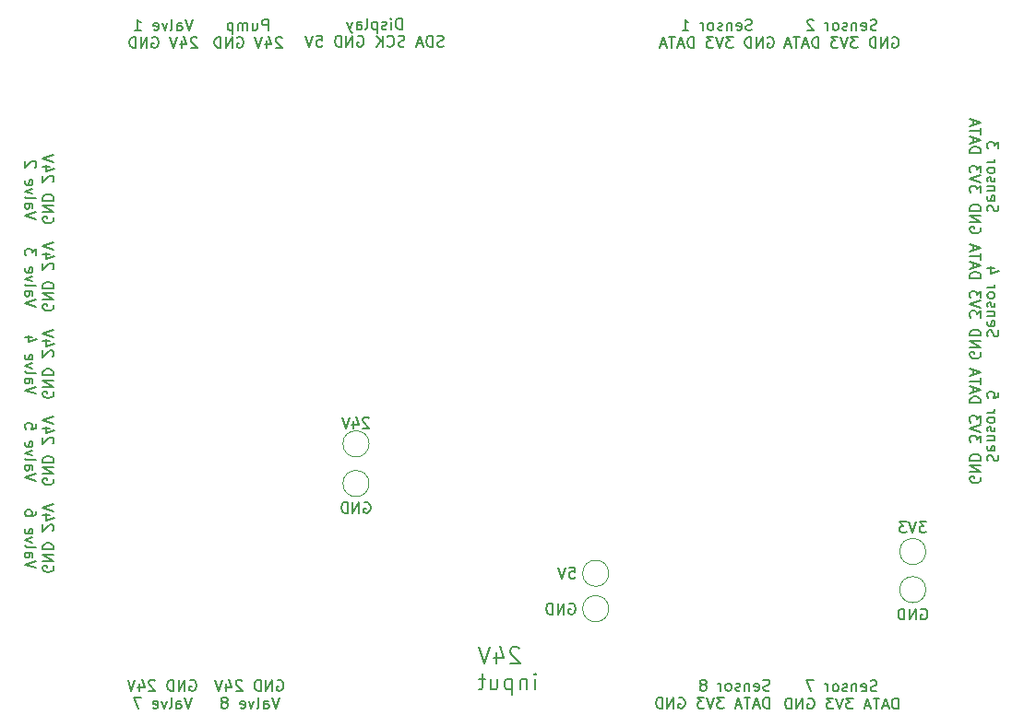
<source format=gbo>
G04 #@! TF.GenerationSoftware,KiCad,Pcbnew,(6.0.2)*
G04 #@! TF.CreationDate,2023-09-26T16:39:09+02:00*
G04 #@! TF.ProjectId,PCB_Layout_MOSFET,5043425f-4c61-4796-9f75-745f4d4f5346,rev?*
G04 #@! TF.SameCoordinates,Original*
G04 #@! TF.FileFunction,Legend,Bot*
G04 #@! TF.FilePolarity,Positive*
%FSLAX46Y46*%
G04 Gerber Fmt 4.6, Leading zero omitted, Abs format (unit mm)*
G04 Created by KiCad (PCBNEW (6.0.2)) date 2023-09-26 16:39:09*
%MOMM*%
%LPD*%
G01*
G04 APERTURE LIST*
%ADD10C,0.150000*%
%ADD11C,0.200000*%
%ADD12C,0.120000*%
%ADD13C,2.500000*%
%ADD14R,2.400000X2.400000*%
%ADD15C,2.400000*%
%ADD16C,4.300000*%
%ADD17R,1.560000X1.560000*%
%ADD18C,1.560000*%
%ADD19C,1.800000*%
%ADD20C,1.700000*%
%ADD21C,2.000000*%
G04 APERTURE END LIST*
D10*
X147000238Y-81740476D02*
X146952619Y-81597619D01*
X146952619Y-81359523D01*
X147000238Y-81264285D01*
X147047857Y-81216666D01*
X147143095Y-81169047D01*
X147238333Y-81169047D01*
X147333571Y-81216666D01*
X147381190Y-81264285D01*
X147428809Y-81359523D01*
X147476428Y-81550000D01*
X147524047Y-81645238D01*
X147571666Y-81692857D01*
X147666904Y-81740476D01*
X147762142Y-81740476D01*
X147857380Y-81692857D01*
X147905000Y-81645238D01*
X147952619Y-81550000D01*
X147952619Y-81311904D01*
X147905000Y-81169047D01*
X147000238Y-80359523D02*
X146952619Y-80454761D01*
X146952619Y-80645238D01*
X147000238Y-80740476D01*
X147095476Y-80788095D01*
X147476428Y-80788095D01*
X147571666Y-80740476D01*
X147619285Y-80645238D01*
X147619285Y-80454761D01*
X147571666Y-80359523D01*
X147476428Y-80311904D01*
X147381190Y-80311904D01*
X147285952Y-80788095D01*
X147619285Y-79883333D02*
X146952619Y-79883333D01*
X147524047Y-79883333D02*
X147571666Y-79835714D01*
X147619285Y-79740476D01*
X147619285Y-79597619D01*
X147571666Y-79502380D01*
X147476428Y-79454761D01*
X146952619Y-79454761D01*
X147000238Y-79026190D02*
X146952619Y-78930952D01*
X146952619Y-78740476D01*
X147000238Y-78645238D01*
X147095476Y-78597619D01*
X147143095Y-78597619D01*
X147238333Y-78645238D01*
X147285952Y-78740476D01*
X147285952Y-78883333D01*
X147333571Y-78978571D01*
X147428809Y-79026190D01*
X147476428Y-79026190D01*
X147571666Y-78978571D01*
X147619285Y-78883333D01*
X147619285Y-78740476D01*
X147571666Y-78645238D01*
X146952619Y-78026190D02*
X147000238Y-78121428D01*
X147047857Y-78169047D01*
X147143095Y-78216666D01*
X147428809Y-78216666D01*
X147524047Y-78169047D01*
X147571666Y-78121428D01*
X147619285Y-78026190D01*
X147619285Y-77883333D01*
X147571666Y-77788095D01*
X147524047Y-77740476D01*
X147428809Y-77692857D01*
X147143095Y-77692857D01*
X147047857Y-77740476D01*
X147000238Y-77788095D01*
X146952619Y-77883333D01*
X146952619Y-78026190D01*
X146952619Y-77264285D02*
X147619285Y-77264285D01*
X147428809Y-77264285D02*
X147524047Y-77216666D01*
X147571666Y-77169047D01*
X147619285Y-77073809D01*
X147619285Y-76978571D01*
X147952619Y-75978571D02*
X147952619Y-75359523D01*
X147571666Y-75692857D01*
X147571666Y-75550000D01*
X147524047Y-75454761D01*
X147476428Y-75407142D01*
X147381190Y-75359523D01*
X147143095Y-75359523D01*
X147047857Y-75407142D01*
X147000238Y-75454761D01*
X146952619Y-75550000D01*
X146952619Y-75835714D01*
X147000238Y-75930952D01*
X147047857Y-75978571D01*
X146295000Y-83192857D02*
X146342619Y-83288095D01*
X146342619Y-83430952D01*
X146295000Y-83573809D01*
X146199761Y-83669047D01*
X146104523Y-83716666D01*
X145914047Y-83764285D01*
X145771190Y-83764285D01*
X145580714Y-83716666D01*
X145485476Y-83669047D01*
X145390238Y-83573809D01*
X145342619Y-83430952D01*
X145342619Y-83335714D01*
X145390238Y-83192857D01*
X145437857Y-83145238D01*
X145771190Y-83145238D01*
X145771190Y-83335714D01*
X145342619Y-82716666D02*
X146342619Y-82716666D01*
X145342619Y-82145238D01*
X146342619Y-82145238D01*
X145342619Y-81669047D02*
X146342619Y-81669047D01*
X146342619Y-81430952D01*
X146295000Y-81288095D01*
X146199761Y-81192857D01*
X146104523Y-81145238D01*
X145914047Y-81097619D01*
X145771190Y-81097619D01*
X145580714Y-81145238D01*
X145485476Y-81192857D01*
X145390238Y-81288095D01*
X145342619Y-81430952D01*
X145342619Y-81669047D01*
X146342619Y-80002380D02*
X146342619Y-79383333D01*
X145961666Y-79716666D01*
X145961666Y-79573809D01*
X145914047Y-79478571D01*
X145866428Y-79430952D01*
X145771190Y-79383333D01*
X145533095Y-79383333D01*
X145437857Y-79430952D01*
X145390238Y-79478571D01*
X145342619Y-79573809D01*
X145342619Y-79859523D01*
X145390238Y-79954761D01*
X145437857Y-80002380D01*
X146342619Y-79097619D02*
X145342619Y-78764285D01*
X146342619Y-78430952D01*
X146342619Y-78192857D02*
X146342619Y-77573809D01*
X145961666Y-77907142D01*
X145961666Y-77764285D01*
X145914047Y-77669047D01*
X145866428Y-77621428D01*
X145771190Y-77573809D01*
X145533095Y-77573809D01*
X145437857Y-77621428D01*
X145390238Y-77669047D01*
X145342619Y-77764285D01*
X145342619Y-78050000D01*
X145390238Y-78145238D01*
X145437857Y-78192857D01*
X145342619Y-76383333D02*
X146342619Y-76383333D01*
X146342619Y-76145238D01*
X146295000Y-76002380D01*
X146199761Y-75907142D01*
X146104523Y-75859523D01*
X145914047Y-75811904D01*
X145771190Y-75811904D01*
X145580714Y-75859523D01*
X145485476Y-75907142D01*
X145390238Y-76002380D01*
X145342619Y-76145238D01*
X145342619Y-76383333D01*
X145628333Y-75430952D02*
X145628333Y-74954761D01*
X145342619Y-75526190D02*
X146342619Y-75192857D01*
X145342619Y-74859523D01*
X146342619Y-74669047D02*
X146342619Y-74097619D01*
X145342619Y-74383333D02*
X146342619Y-74383333D01*
X145628333Y-73811904D02*
X145628333Y-73335714D01*
X145342619Y-73907142D02*
X146342619Y-73573809D01*
X145342619Y-73240476D01*
X73773809Y-124845000D02*
X73869047Y-124797380D01*
X74011904Y-124797380D01*
X74154761Y-124845000D01*
X74250000Y-124940238D01*
X74297619Y-125035476D01*
X74345238Y-125225952D01*
X74345238Y-125368809D01*
X74297619Y-125559285D01*
X74250000Y-125654523D01*
X74154761Y-125749761D01*
X74011904Y-125797380D01*
X73916666Y-125797380D01*
X73773809Y-125749761D01*
X73726190Y-125702142D01*
X73726190Y-125368809D01*
X73916666Y-125368809D01*
X73297619Y-125797380D02*
X73297619Y-124797380D01*
X72726190Y-125797380D01*
X72726190Y-124797380D01*
X72250000Y-125797380D02*
X72250000Y-124797380D01*
X72011904Y-124797380D01*
X71869047Y-124845000D01*
X71773809Y-124940238D01*
X71726190Y-125035476D01*
X71678571Y-125225952D01*
X71678571Y-125368809D01*
X71726190Y-125559285D01*
X71773809Y-125654523D01*
X71869047Y-125749761D01*
X72011904Y-125797380D01*
X72250000Y-125797380D01*
X70535714Y-124892619D02*
X70488095Y-124845000D01*
X70392857Y-124797380D01*
X70154761Y-124797380D01*
X70059523Y-124845000D01*
X70011904Y-124892619D01*
X69964285Y-124987857D01*
X69964285Y-125083095D01*
X70011904Y-125225952D01*
X70583333Y-125797380D01*
X69964285Y-125797380D01*
X69107142Y-125130714D02*
X69107142Y-125797380D01*
X69345238Y-124749761D02*
X69583333Y-125464047D01*
X68964285Y-125464047D01*
X68726190Y-124797380D02*
X68392857Y-125797380D01*
X68059523Y-124797380D01*
X73964285Y-126407380D02*
X73630952Y-127407380D01*
X73297619Y-126407380D01*
X72535714Y-127407380D02*
X72535714Y-126883571D01*
X72583333Y-126788333D01*
X72678571Y-126740714D01*
X72869047Y-126740714D01*
X72964285Y-126788333D01*
X72535714Y-127359761D02*
X72630952Y-127407380D01*
X72869047Y-127407380D01*
X72964285Y-127359761D01*
X73011904Y-127264523D01*
X73011904Y-127169285D01*
X72964285Y-127074047D01*
X72869047Y-127026428D01*
X72630952Y-127026428D01*
X72535714Y-126978809D01*
X71916666Y-127407380D02*
X72011904Y-127359761D01*
X72059523Y-127264523D01*
X72059523Y-126407380D01*
X71630952Y-126740714D02*
X71392857Y-127407380D01*
X71154761Y-126740714D01*
X70392857Y-127359761D02*
X70488095Y-127407380D01*
X70678571Y-127407380D01*
X70773809Y-127359761D01*
X70821428Y-127264523D01*
X70821428Y-126883571D01*
X70773809Y-126788333D01*
X70678571Y-126740714D01*
X70488095Y-126740714D01*
X70392857Y-126788333D01*
X70345238Y-126883571D01*
X70345238Y-126978809D01*
X70821428Y-127074047D01*
X69250000Y-126407380D02*
X68583333Y-126407380D01*
X69011904Y-127407380D01*
X90190476Y-100747619D02*
X90142857Y-100700000D01*
X90047619Y-100652380D01*
X89809523Y-100652380D01*
X89714285Y-100700000D01*
X89666666Y-100747619D01*
X89619047Y-100842857D01*
X89619047Y-100938095D01*
X89666666Y-101080952D01*
X90238095Y-101652380D01*
X89619047Y-101652380D01*
X88761904Y-100985714D02*
X88761904Y-101652380D01*
X89000000Y-100604761D02*
X89238095Y-101319047D01*
X88619047Y-101319047D01*
X88380952Y-100652380D02*
X88047619Y-101652380D01*
X87714285Y-100652380D01*
X89761904Y-108500000D02*
X89857142Y-108452380D01*
X90000000Y-108452380D01*
X90142857Y-108500000D01*
X90238095Y-108595238D01*
X90285714Y-108690476D01*
X90333333Y-108880952D01*
X90333333Y-109023809D01*
X90285714Y-109214285D01*
X90238095Y-109309523D01*
X90142857Y-109404761D01*
X90000000Y-109452380D01*
X89904761Y-109452380D01*
X89761904Y-109404761D01*
X89714285Y-109357142D01*
X89714285Y-109023809D01*
X89904761Y-109023809D01*
X89285714Y-109452380D02*
X89285714Y-108452380D01*
X88714285Y-109452380D01*
X88714285Y-108452380D01*
X88238095Y-109452380D02*
X88238095Y-108452380D01*
X88000000Y-108452380D01*
X87857142Y-108500000D01*
X87761904Y-108595238D01*
X87714285Y-108690476D01*
X87666666Y-108880952D01*
X87666666Y-109023809D01*
X87714285Y-109214285D01*
X87761904Y-109309523D01*
X87857142Y-109404761D01*
X88000000Y-109452380D01*
X88238095Y-109452380D01*
X61205000Y-90323809D02*
X61252619Y-90419047D01*
X61252619Y-90561904D01*
X61205000Y-90704761D01*
X61109761Y-90800000D01*
X61014523Y-90847619D01*
X60824047Y-90895238D01*
X60681190Y-90895238D01*
X60490714Y-90847619D01*
X60395476Y-90800000D01*
X60300238Y-90704761D01*
X60252619Y-90561904D01*
X60252619Y-90466666D01*
X60300238Y-90323809D01*
X60347857Y-90276190D01*
X60681190Y-90276190D01*
X60681190Y-90466666D01*
X60252619Y-89847619D02*
X61252619Y-89847619D01*
X60252619Y-89276190D01*
X61252619Y-89276190D01*
X60252619Y-88800000D02*
X61252619Y-88800000D01*
X61252619Y-88561904D01*
X61205000Y-88419047D01*
X61109761Y-88323809D01*
X61014523Y-88276190D01*
X60824047Y-88228571D01*
X60681190Y-88228571D01*
X60490714Y-88276190D01*
X60395476Y-88323809D01*
X60300238Y-88419047D01*
X60252619Y-88561904D01*
X60252619Y-88800000D01*
X61157380Y-87085714D02*
X61205000Y-87038095D01*
X61252619Y-86942857D01*
X61252619Y-86704761D01*
X61205000Y-86609523D01*
X61157380Y-86561904D01*
X61062142Y-86514285D01*
X60966904Y-86514285D01*
X60824047Y-86561904D01*
X60252619Y-87133333D01*
X60252619Y-86514285D01*
X60919285Y-85657142D02*
X60252619Y-85657142D01*
X61300238Y-85895238D02*
X60585952Y-86133333D01*
X60585952Y-85514285D01*
X61252619Y-85276190D02*
X60252619Y-84942857D01*
X61252619Y-84609523D01*
X59642619Y-90514285D02*
X58642619Y-90180952D01*
X59642619Y-89847619D01*
X58642619Y-89085714D02*
X59166428Y-89085714D01*
X59261666Y-89133333D01*
X59309285Y-89228571D01*
X59309285Y-89419047D01*
X59261666Y-89514285D01*
X58690238Y-89085714D02*
X58642619Y-89180952D01*
X58642619Y-89419047D01*
X58690238Y-89514285D01*
X58785476Y-89561904D01*
X58880714Y-89561904D01*
X58975952Y-89514285D01*
X59023571Y-89419047D01*
X59023571Y-89180952D01*
X59071190Y-89085714D01*
X58642619Y-88466666D02*
X58690238Y-88561904D01*
X58785476Y-88609523D01*
X59642619Y-88609523D01*
X59309285Y-88180952D02*
X58642619Y-87942857D01*
X59309285Y-87704761D01*
X58690238Y-86942857D02*
X58642619Y-87038095D01*
X58642619Y-87228571D01*
X58690238Y-87323809D01*
X58785476Y-87371428D01*
X59166428Y-87371428D01*
X59261666Y-87323809D01*
X59309285Y-87228571D01*
X59309285Y-87038095D01*
X59261666Y-86942857D01*
X59166428Y-86895238D01*
X59071190Y-86895238D01*
X58975952Y-87371428D01*
X59642619Y-85800000D02*
X59642619Y-85180952D01*
X59261666Y-85514285D01*
X59261666Y-85371428D01*
X59214047Y-85276190D01*
X59166428Y-85228571D01*
X59071190Y-85180952D01*
X58833095Y-85180952D01*
X58737857Y-85228571D01*
X58690238Y-85276190D01*
X58642619Y-85371428D01*
X58642619Y-85657142D01*
X58690238Y-85752380D01*
X58737857Y-85800000D01*
X93202380Y-64997380D02*
X93202380Y-63997380D01*
X92964285Y-63997380D01*
X92821428Y-64045000D01*
X92726190Y-64140238D01*
X92678571Y-64235476D01*
X92630952Y-64425952D01*
X92630952Y-64568809D01*
X92678571Y-64759285D01*
X92726190Y-64854523D01*
X92821428Y-64949761D01*
X92964285Y-64997380D01*
X93202380Y-64997380D01*
X92202380Y-64997380D02*
X92202380Y-64330714D01*
X92202380Y-63997380D02*
X92250000Y-64045000D01*
X92202380Y-64092619D01*
X92154761Y-64045000D01*
X92202380Y-63997380D01*
X92202380Y-64092619D01*
X91773809Y-64949761D02*
X91678571Y-64997380D01*
X91488095Y-64997380D01*
X91392857Y-64949761D01*
X91345238Y-64854523D01*
X91345238Y-64806904D01*
X91392857Y-64711666D01*
X91488095Y-64664047D01*
X91630952Y-64664047D01*
X91726190Y-64616428D01*
X91773809Y-64521190D01*
X91773809Y-64473571D01*
X91726190Y-64378333D01*
X91630952Y-64330714D01*
X91488095Y-64330714D01*
X91392857Y-64378333D01*
X90916666Y-64330714D02*
X90916666Y-65330714D01*
X90916666Y-64378333D02*
X90821428Y-64330714D01*
X90630952Y-64330714D01*
X90535714Y-64378333D01*
X90488095Y-64425952D01*
X90440476Y-64521190D01*
X90440476Y-64806904D01*
X90488095Y-64902142D01*
X90535714Y-64949761D01*
X90630952Y-64997380D01*
X90821428Y-64997380D01*
X90916666Y-64949761D01*
X89869047Y-64997380D02*
X89964285Y-64949761D01*
X90011904Y-64854523D01*
X90011904Y-63997380D01*
X89059523Y-64997380D02*
X89059523Y-64473571D01*
X89107142Y-64378333D01*
X89202380Y-64330714D01*
X89392857Y-64330714D01*
X89488095Y-64378333D01*
X89059523Y-64949761D02*
X89154761Y-64997380D01*
X89392857Y-64997380D01*
X89488095Y-64949761D01*
X89535714Y-64854523D01*
X89535714Y-64759285D01*
X89488095Y-64664047D01*
X89392857Y-64616428D01*
X89154761Y-64616428D01*
X89059523Y-64568809D01*
X88678571Y-64330714D02*
X88440476Y-64997380D01*
X88202380Y-64330714D02*
X88440476Y-64997380D01*
X88535714Y-65235476D01*
X88583333Y-65283095D01*
X88678571Y-65330714D01*
X97011904Y-66559761D02*
X96869047Y-66607380D01*
X96630952Y-66607380D01*
X96535714Y-66559761D01*
X96488095Y-66512142D01*
X96440476Y-66416904D01*
X96440476Y-66321666D01*
X96488095Y-66226428D01*
X96535714Y-66178809D01*
X96630952Y-66131190D01*
X96821428Y-66083571D01*
X96916666Y-66035952D01*
X96964285Y-65988333D01*
X97011904Y-65893095D01*
X97011904Y-65797857D01*
X96964285Y-65702619D01*
X96916666Y-65655000D01*
X96821428Y-65607380D01*
X96583333Y-65607380D01*
X96440476Y-65655000D01*
X96011904Y-66607380D02*
X96011904Y-65607380D01*
X95773809Y-65607380D01*
X95630952Y-65655000D01*
X95535714Y-65750238D01*
X95488095Y-65845476D01*
X95440476Y-66035952D01*
X95440476Y-66178809D01*
X95488095Y-66369285D01*
X95535714Y-66464523D01*
X95630952Y-66559761D01*
X95773809Y-66607380D01*
X96011904Y-66607380D01*
X95059523Y-66321666D02*
X94583333Y-66321666D01*
X95154761Y-66607380D02*
X94821428Y-65607380D01*
X94488095Y-66607380D01*
X93440476Y-66559761D02*
X93297619Y-66607380D01*
X93059523Y-66607380D01*
X92964285Y-66559761D01*
X92916666Y-66512142D01*
X92869047Y-66416904D01*
X92869047Y-66321666D01*
X92916666Y-66226428D01*
X92964285Y-66178809D01*
X93059523Y-66131190D01*
X93250000Y-66083571D01*
X93345238Y-66035952D01*
X93392857Y-65988333D01*
X93440476Y-65893095D01*
X93440476Y-65797857D01*
X93392857Y-65702619D01*
X93345238Y-65655000D01*
X93250000Y-65607380D01*
X93011904Y-65607380D01*
X92869047Y-65655000D01*
X91869047Y-66512142D02*
X91916666Y-66559761D01*
X92059523Y-66607380D01*
X92154761Y-66607380D01*
X92297619Y-66559761D01*
X92392857Y-66464523D01*
X92440476Y-66369285D01*
X92488095Y-66178809D01*
X92488095Y-66035952D01*
X92440476Y-65845476D01*
X92392857Y-65750238D01*
X92297619Y-65655000D01*
X92154761Y-65607380D01*
X92059523Y-65607380D01*
X91916666Y-65655000D01*
X91869047Y-65702619D01*
X91440476Y-66607380D02*
X91440476Y-65607380D01*
X90869047Y-66607380D02*
X91297619Y-66035952D01*
X90869047Y-65607380D02*
X91440476Y-66178809D01*
X89154761Y-65655000D02*
X89250000Y-65607380D01*
X89392857Y-65607380D01*
X89535714Y-65655000D01*
X89630952Y-65750238D01*
X89678571Y-65845476D01*
X89726190Y-66035952D01*
X89726190Y-66178809D01*
X89678571Y-66369285D01*
X89630952Y-66464523D01*
X89535714Y-66559761D01*
X89392857Y-66607380D01*
X89297619Y-66607380D01*
X89154761Y-66559761D01*
X89107142Y-66512142D01*
X89107142Y-66178809D01*
X89297619Y-66178809D01*
X88678571Y-66607380D02*
X88678571Y-65607380D01*
X88107142Y-66607380D01*
X88107142Y-65607380D01*
X87630952Y-66607380D02*
X87630952Y-65607380D01*
X87392857Y-65607380D01*
X87250000Y-65655000D01*
X87154761Y-65750238D01*
X87107142Y-65845476D01*
X87059523Y-66035952D01*
X87059523Y-66178809D01*
X87107142Y-66369285D01*
X87154761Y-66464523D01*
X87250000Y-66559761D01*
X87392857Y-66607380D01*
X87630952Y-66607380D01*
X85392857Y-65607380D02*
X85869047Y-65607380D01*
X85916666Y-66083571D01*
X85869047Y-66035952D01*
X85773809Y-65988333D01*
X85535714Y-65988333D01*
X85440476Y-66035952D01*
X85392857Y-66083571D01*
X85345238Y-66178809D01*
X85345238Y-66416904D01*
X85392857Y-66512142D01*
X85440476Y-66559761D01*
X85535714Y-66607380D01*
X85773809Y-66607380D01*
X85869047Y-66559761D01*
X85916666Y-66512142D01*
X85059523Y-65607380D02*
X84726190Y-66607380D01*
X84392857Y-65607380D01*
X125340476Y-65049761D02*
X125197619Y-65097380D01*
X124959523Y-65097380D01*
X124864285Y-65049761D01*
X124816666Y-65002142D01*
X124769047Y-64906904D01*
X124769047Y-64811666D01*
X124816666Y-64716428D01*
X124864285Y-64668809D01*
X124959523Y-64621190D01*
X125150000Y-64573571D01*
X125245238Y-64525952D01*
X125292857Y-64478333D01*
X125340476Y-64383095D01*
X125340476Y-64287857D01*
X125292857Y-64192619D01*
X125245238Y-64145000D01*
X125150000Y-64097380D01*
X124911904Y-64097380D01*
X124769047Y-64145000D01*
X123959523Y-65049761D02*
X124054761Y-65097380D01*
X124245238Y-65097380D01*
X124340476Y-65049761D01*
X124388095Y-64954523D01*
X124388095Y-64573571D01*
X124340476Y-64478333D01*
X124245238Y-64430714D01*
X124054761Y-64430714D01*
X123959523Y-64478333D01*
X123911904Y-64573571D01*
X123911904Y-64668809D01*
X124388095Y-64764047D01*
X123483333Y-64430714D02*
X123483333Y-65097380D01*
X123483333Y-64525952D02*
X123435714Y-64478333D01*
X123340476Y-64430714D01*
X123197619Y-64430714D01*
X123102380Y-64478333D01*
X123054761Y-64573571D01*
X123054761Y-65097380D01*
X122626190Y-65049761D02*
X122530952Y-65097380D01*
X122340476Y-65097380D01*
X122245238Y-65049761D01*
X122197619Y-64954523D01*
X122197619Y-64906904D01*
X122245238Y-64811666D01*
X122340476Y-64764047D01*
X122483333Y-64764047D01*
X122578571Y-64716428D01*
X122626190Y-64621190D01*
X122626190Y-64573571D01*
X122578571Y-64478333D01*
X122483333Y-64430714D01*
X122340476Y-64430714D01*
X122245238Y-64478333D01*
X121626190Y-65097380D02*
X121721428Y-65049761D01*
X121769047Y-65002142D01*
X121816666Y-64906904D01*
X121816666Y-64621190D01*
X121769047Y-64525952D01*
X121721428Y-64478333D01*
X121626190Y-64430714D01*
X121483333Y-64430714D01*
X121388095Y-64478333D01*
X121340476Y-64525952D01*
X121292857Y-64621190D01*
X121292857Y-64906904D01*
X121340476Y-65002142D01*
X121388095Y-65049761D01*
X121483333Y-65097380D01*
X121626190Y-65097380D01*
X120864285Y-65097380D02*
X120864285Y-64430714D01*
X120864285Y-64621190D02*
X120816666Y-64525952D01*
X120769047Y-64478333D01*
X120673809Y-64430714D01*
X120578571Y-64430714D01*
X118959523Y-65097380D02*
X119530952Y-65097380D01*
X119245238Y-65097380D02*
X119245238Y-64097380D01*
X119340476Y-64240238D01*
X119435714Y-64335476D01*
X119530952Y-64383095D01*
X126792857Y-65755000D02*
X126888095Y-65707380D01*
X127030952Y-65707380D01*
X127173809Y-65755000D01*
X127269047Y-65850238D01*
X127316666Y-65945476D01*
X127364285Y-66135952D01*
X127364285Y-66278809D01*
X127316666Y-66469285D01*
X127269047Y-66564523D01*
X127173809Y-66659761D01*
X127030952Y-66707380D01*
X126935714Y-66707380D01*
X126792857Y-66659761D01*
X126745238Y-66612142D01*
X126745238Y-66278809D01*
X126935714Y-66278809D01*
X126316666Y-66707380D02*
X126316666Y-65707380D01*
X125745238Y-66707380D01*
X125745238Y-65707380D01*
X125269047Y-66707380D02*
X125269047Y-65707380D01*
X125030952Y-65707380D01*
X124888095Y-65755000D01*
X124792857Y-65850238D01*
X124745238Y-65945476D01*
X124697619Y-66135952D01*
X124697619Y-66278809D01*
X124745238Y-66469285D01*
X124792857Y-66564523D01*
X124888095Y-66659761D01*
X125030952Y-66707380D01*
X125269047Y-66707380D01*
X123602380Y-65707380D02*
X122983333Y-65707380D01*
X123316666Y-66088333D01*
X123173809Y-66088333D01*
X123078571Y-66135952D01*
X123030952Y-66183571D01*
X122983333Y-66278809D01*
X122983333Y-66516904D01*
X123030952Y-66612142D01*
X123078571Y-66659761D01*
X123173809Y-66707380D01*
X123459523Y-66707380D01*
X123554761Y-66659761D01*
X123602380Y-66612142D01*
X122697619Y-65707380D02*
X122364285Y-66707380D01*
X122030952Y-65707380D01*
X121792857Y-65707380D02*
X121173809Y-65707380D01*
X121507142Y-66088333D01*
X121364285Y-66088333D01*
X121269047Y-66135952D01*
X121221428Y-66183571D01*
X121173809Y-66278809D01*
X121173809Y-66516904D01*
X121221428Y-66612142D01*
X121269047Y-66659761D01*
X121364285Y-66707380D01*
X121650000Y-66707380D01*
X121745238Y-66659761D01*
X121792857Y-66612142D01*
X119983333Y-66707380D02*
X119983333Y-65707380D01*
X119745238Y-65707380D01*
X119602380Y-65755000D01*
X119507142Y-65850238D01*
X119459523Y-65945476D01*
X119411904Y-66135952D01*
X119411904Y-66278809D01*
X119459523Y-66469285D01*
X119507142Y-66564523D01*
X119602380Y-66659761D01*
X119745238Y-66707380D01*
X119983333Y-66707380D01*
X119030952Y-66421666D02*
X118554761Y-66421666D01*
X119126190Y-66707380D02*
X118792857Y-65707380D01*
X118459523Y-66707380D01*
X118269047Y-65707380D02*
X117697619Y-65707380D01*
X117983333Y-66707380D02*
X117983333Y-65707380D01*
X117411904Y-66421666D02*
X116935714Y-66421666D01*
X117507142Y-66707380D02*
X117173809Y-65707380D01*
X116840476Y-66707380D01*
X80933333Y-65097380D02*
X80933333Y-64097380D01*
X80552380Y-64097380D01*
X80457142Y-64145000D01*
X80409523Y-64192619D01*
X80361904Y-64287857D01*
X80361904Y-64430714D01*
X80409523Y-64525952D01*
X80457142Y-64573571D01*
X80552380Y-64621190D01*
X80933333Y-64621190D01*
X79504761Y-64430714D02*
X79504761Y-65097380D01*
X79933333Y-64430714D02*
X79933333Y-64954523D01*
X79885714Y-65049761D01*
X79790476Y-65097380D01*
X79647619Y-65097380D01*
X79552380Y-65049761D01*
X79504761Y-65002142D01*
X79028571Y-65097380D02*
X79028571Y-64430714D01*
X79028571Y-64525952D02*
X78980952Y-64478333D01*
X78885714Y-64430714D01*
X78742857Y-64430714D01*
X78647619Y-64478333D01*
X78600000Y-64573571D01*
X78600000Y-65097380D01*
X78600000Y-64573571D02*
X78552380Y-64478333D01*
X78457142Y-64430714D01*
X78314285Y-64430714D01*
X78219047Y-64478333D01*
X78171428Y-64573571D01*
X78171428Y-65097380D01*
X77695238Y-64430714D02*
X77695238Y-65430714D01*
X77695238Y-64478333D02*
X77600000Y-64430714D01*
X77409523Y-64430714D01*
X77314285Y-64478333D01*
X77266666Y-64525952D01*
X77219047Y-64621190D01*
X77219047Y-64906904D01*
X77266666Y-65002142D01*
X77314285Y-65049761D01*
X77409523Y-65097380D01*
X77600000Y-65097380D01*
X77695238Y-65049761D01*
X82195238Y-65802619D02*
X82147619Y-65755000D01*
X82052380Y-65707380D01*
X81814285Y-65707380D01*
X81719047Y-65755000D01*
X81671428Y-65802619D01*
X81623809Y-65897857D01*
X81623809Y-65993095D01*
X81671428Y-66135952D01*
X82242857Y-66707380D01*
X81623809Y-66707380D01*
X80766666Y-66040714D02*
X80766666Y-66707380D01*
X81004761Y-65659761D02*
X81242857Y-66374047D01*
X80623809Y-66374047D01*
X80385714Y-65707380D02*
X80052380Y-66707380D01*
X79719047Y-65707380D01*
X78100000Y-65755000D02*
X78195238Y-65707380D01*
X78338095Y-65707380D01*
X78480952Y-65755000D01*
X78576190Y-65850238D01*
X78623809Y-65945476D01*
X78671428Y-66135952D01*
X78671428Y-66278809D01*
X78623809Y-66469285D01*
X78576190Y-66564523D01*
X78480952Y-66659761D01*
X78338095Y-66707380D01*
X78242857Y-66707380D01*
X78100000Y-66659761D01*
X78052380Y-66612142D01*
X78052380Y-66278809D01*
X78242857Y-66278809D01*
X77623809Y-66707380D02*
X77623809Y-65707380D01*
X77052380Y-66707380D01*
X77052380Y-65707380D01*
X76576190Y-66707380D02*
X76576190Y-65707380D01*
X76338095Y-65707380D01*
X76195238Y-65755000D01*
X76100000Y-65850238D01*
X76052380Y-65945476D01*
X76004761Y-66135952D01*
X76004761Y-66278809D01*
X76052380Y-66469285D01*
X76100000Y-66564523D01*
X76195238Y-66659761D01*
X76338095Y-66707380D01*
X76576190Y-66707380D01*
X147000238Y-104690476D02*
X146952619Y-104547619D01*
X146952619Y-104309523D01*
X147000238Y-104214285D01*
X147047857Y-104166666D01*
X147143095Y-104119047D01*
X147238333Y-104119047D01*
X147333571Y-104166666D01*
X147381190Y-104214285D01*
X147428809Y-104309523D01*
X147476428Y-104500000D01*
X147524047Y-104595238D01*
X147571666Y-104642857D01*
X147666904Y-104690476D01*
X147762142Y-104690476D01*
X147857380Y-104642857D01*
X147905000Y-104595238D01*
X147952619Y-104500000D01*
X147952619Y-104261904D01*
X147905000Y-104119047D01*
X147000238Y-103309523D02*
X146952619Y-103404761D01*
X146952619Y-103595238D01*
X147000238Y-103690476D01*
X147095476Y-103738095D01*
X147476428Y-103738095D01*
X147571666Y-103690476D01*
X147619285Y-103595238D01*
X147619285Y-103404761D01*
X147571666Y-103309523D01*
X147476428Y-103261904D01*
X147381190Y-103261904D01*
X147285952Y-103738095D01*
X147619285Y-102833333D02*
X146952619Y-102833333D01*
X147524047Y-102833333D02*
X147571666Y-102785714D01*
X147619285Y-102690476D01*
X147619285Y-102547619D01*
X147571666Y-102452380D01*
X147476428Y-102404761D01*
X146952619Y-102404761D01*
X147000238Y-101976190D02*
X146952619Y-101880952D01*
X146952619Y-101690476D01*
X147000238Y-101595238D01*
X147095476Y-101547619D01*
X147143095Y-101547619D01*
X147238333Y-101595238D01*
X147285952Y-101690476D01*
X147285952Y-101833333D01*
X147333571Y-101928571D01*
X147428809Y-101976190D01*
X147476428Y-101976190D01*
X147571666Y-101928571D01*
X147619285Y-101833333D01*
X147619285Y-101690476D01*
X147571666Y-101595238D01*
X146952619Y-100976190D02*
X147000238Y-101071428D01*
X147047857Y-101119047D01*
X147143095Y-101166666D01*
X147428809Y-101166666D01*
X147524047Y-101119047D01*
X147571666Y-101071428D01*
X147619285Y-100976190D01*
X147619285Y-100833333D01*
X147571666Y-100738095D01*
X147524047Y-100690476D01*
X147428809Y-100642857D01*
X147143095Y-100642857D01*
X147047857Y-100690476D01*
X147000238Y-100738095D01*
X146952619Y-100833333D01*
X146952619Y-100976190D01*
X146952619Y-100214285D02*
X147619285Y-100214285D01*
X147428809Y-100214285D02*
X147524047Y-100166666D01*
X147571666Y-100119047D01*
X147619285Y-100023809D01*
X147619285Y-99928571D01*
X147952619Y-98357142D02*
X147952619Y-98833333D01*
X147476428Y-98880952D01*
X147524047Y-98833333D01*
X147571666Y-98738095D01*
X147571666Y-98500000D01*
X147524047Y-98404761D01*
X147476428Y-98357142D01*
X147381190Y-98309523D01*
X147143095Y-98309523D01*
X147047857Y-98357142D01*
X147000238Y-98404761D01*
X146952619Y-98500000D01*
X146952619Y-98738095D01*
X147000238Y-98833333D01*
X147047857Y-98880952D01*
X146295000Y-106142857D02*
X146342619Y-106238095D01*
X146342619Y-106380952D01*
X146295000Y-106523809D01*
X146199761Y-106619047D01*
X146104523Y-106666666D01*
X145914047Y-106714285D01*
X145771190Y-106714285D01*
X145580714Y-106666666D01*
X145485476Y-106619047D01*
X145390238Y-106523809D01*
X145342619Y-106380952D01*
X145342619Y-106285714D01*
X145390238Y-106142857D01*
X145437857Y-106095238D01*
X145771190Y-106095238D01*
X145771190Y-106285714D01*
X145342619Y-105666666D02*
X146342619Y-105666666D01*
X145342619Y-105095238D01*
X146342619Y-105095238D01*
X145342619Y-104619047D02*
X146342619Y-104619047D01*
X146342619Y-104380952D01*
X146295000Y-104238095D01*
X146199761Y-104142857D01*
X146104523Y-104095238D01*
X145914047Y-104047619D01*
X145771190Y-104047619D01*
X145580714Y-104095238D01*
X145485476Y-104142857D01*
X145390238Y-104238095D01*
X145342619Y-104380952D01*
X145342619Y-104619047D01*
X146342619Y-102952380D02*
X146342619Y-102333333D01*
X145961666Y-102666666D01*
X145961666Y-102523809D01*
X145914047Y-102428571D01*
X145866428Y-102380952D01*
X145771190Y-102333333D01*
X145533095Y-102333333D01*
X145437857Y-102380952D01*
X145390238Y-102428571D01*
X145342619Y-102523809D01*
X145342619Y-102809523D01*
X145390238Y-102904761D01*
X145437857Y-102952380D01*
X146342619Y-102047619D02*
X145342619Y-101714285D01*
X146342619Y-101380952D01*
X146342619Y-101142857D02*
X146342619Y-100523809D01*
X145961666Y-100857142D01*
X145961666Y-100714285D01*
X145914047Y-100619047D01*
X145866428Y-100571428D01*
X145771190Y-100523809D01*
X145533095Y-100523809D01*
X145437857Y-100571428D01*
X145390238Y-100619047D01*
X145342619Y-100714285D01*
X145342619Y-101000000D01*
X145390238Y-101095238D01*
X145437857Y-101142857D01*
X145342619Y-99333333D02*
X146342619Y-99333333D01*
X146342619Y-99095238D01*
X146295000Y-98952380D01*
X146199761Y-98857142D01*
X146104523Y-98809523D01*
X145914047Y-98761904D01*
X145771190Y-98761904D01*
X145580714Y-98809523D01*
X145485476Y-98857142D01*
X145390238Y-98952380D01*
X145342619Y-99095238D01*
X145342619Y-99333333D01*
X145628333Y-98380952D02*
X145628333Y-97904761D01*
X145342619Y-98476190D02*
X146342619Y-98142857D01*
X145342619Y-97809523D01*
X146342619Y-97619047D02*
X146342619Y-97047619D01*
X145342619Y-97333333D02*
X146342619Y-97333333D01*
X145628333Y-96761904D02*
X145628333Y-96285714D01*
X145342619Y-96857142D02*
X146342619Y-96523809D01*
X145342619Y-96190476D01*
X136790476Y-125799761D02*
X136647619Y-125847380D01*
X136409523Y-125847380D01*
X136314285Y-125799761D01*
X136266666Y-125752142D01*
X136219047Y-125656904D01*
X136219047Y-125561666D01*
X136266666Y-125466428D01*
X136314285Y-125418809D01*
X136409523Y-125371190D01*
X136600000Y-125323571D01*
X136695238Y-125275952D01*
X136742857Y-125228333D01*
X136790476Y-125133095D01*
X136790476Y-125037857D01*
X136742857Y-124942619D01*
X136695238Y-124895000D01*
X136600000Y-124847380D01*
X136361904Y-124847380D01*
X136219047Y-124895000D01*
X135409523Y-125799761D02*
X135504761Y-125847380D01*
X135695238Y-125847380D01*
X135790476Y-125799761D01*
X135838095Y-125704523D01*
X135838095Y-125323571D01*
X135790476Y-125228333D01*
X135695238Y-125180714D01*
X135504761Y-125180714D01*
X135409523Y-125228333D01*
X135361904Y-125323571D01*
X135361904Y-125418809D01*
X135838095Y-125514047D01*
X134933333Y-125180714D02*
X134933333Y-125847380D01*
X134933333Y-125275952D02*
X134885714Y-125228333D01*
X134790476Y-125180714D01*
X134647619Y-125180714D01*
X134552380Y-125228333D01*
X134504761Y-125323571D01*
X134504761Y-125847380D01*
X134076190Y-125799761D02*
X133980952Y-125847380D01*
X133790476Y-125847380D01*
X133695238Y-125799761D01*
X133647619Y-125704523D01*
X133647619Y-125656904D01*
X133695238Y-125561666D01*
X133790476Y-125514047D01*
X133933333Y-125514047D01*
X134028571Y-125466428D01*
X134076190Y-125371190D01*
X134076190Y-125323571D01*
X134028571Y-125228333D01*
X133933333Y-125180714D01*
X133790476Y-125180714D01*
X133695238Y-125228333D01*
X133076190Y-125847380D02*
X133171428Y-125799761D01*
X133219047Y-125752142D01*
X133266666Y-125656904D01*
X133266666Y-125371190D01*
X133219047Y-125275952D01*
X133171428Y-125228333D01*
X133076190Y-125180714D01*
X132933333Y-125180714D01*
X132838095Y-125228333D01*
X132790476Y-125275952D01*
X132742857Y-125371190D01*
X132742857Y-125656904D01*
X132790476Y-125752142D01*
X132838095Y-125799761D01*
X132933333Y-125847380D01*
X133076190Y-125847380D01*
X132314285Y-125847380D02*
X132314285Y-125180714D01*
X132314285Y-125371190D02*
X132266666Y-125275952D01*
X132219047Y-125228333D01*
X132123809Y-125180714D01*
X132028571Y-125180714D01*
X131028571Y-124847380D02*
X130361904Y-124847380D01*
X130790476Y-125847380D01*
X138766666Y-127457380D02*
X138766666Y-126457380D01*
X138528571Y-126457380D01*
X138385714Y-126505000D01*
X138290476Y-126600238D01*
X138242857Y-126695476D01*
X138195238Y-126885952D01*
X138195238Y-127028809D01*
X138242857Y-127219285D01*
X138290476Y-127314523D01*
X138385714Y-127409761D01*
X138528571Y-127457380D01*
X138766666Y-127457380D01*
X137814285Y-127171666D02*
X137338095Y-127171666D01*
X137909523Y-127457380D02*
X137576190Y-126457380D01*
X137242857Y-127457380D01*
X137052380Y-126457380D02*
X136480952Y-126457380D01*
X136766666Y-127457380D02*
X136766666Y-126457380D01*
X136195238Y-127171666D02*
X135719047Y-127171666D01*
X136290476Y-127457380D02*
X135957142Y-126457380D01*
X135623809Y-127457380D01*
X134623809Y-126457380D02*
X134004761Y-126457380D01*
X134338095Y-126838333D01*
X134195238Y-126838333D01*
X134100000Y-126885952D01*
X134052380Y-126933571D01*
X134004761Y-127028809D01*
X134004761Y-127266904D01*
X134052380Y-127362142D01*
X134100000Y-127409761D01*
X134195238Y-127457380D01*
X134480952Y-127457380D01*
X134576190Y-127409761D01*
X134623809Y-127362142D01*
X133719047Y-126457380D02*
X133385714Y-127457380D01*
X133052380Y-126457380D01*
X132814285Y-126457380D02*
X132195238Y-126457380D01*
X132528571Y-126838333D01*
X132385714Y-126838333D01*
X132290476Y-126885952D01*
X132242857Y-126933571D01*
X132195238Y-127028809D01*
X132195238Y-127266904D01*
X132242857Y-127362142D01*
X132290476Y-127409761D01*
X132385714Y-127457380D01*
X132671428Y-127457380D01*
X132766666Y-127409761D01*
X132814285Y-127362142D01*
X130480952Y-126505000D02*
X130576190Y-126457380D01*
X130719047Y-126457380D01*
X130861904Y-126505000D01*
X130957142Y-126600238D01*
X131004761Y-126695476D01*
X131052380Y-126885952D01*
X131052380Y-127028809D01*
X131004761Y-127219285D01*
X130957142Y-127314523D01*
X130861904Y-127409761D01*
X130719047Y-127457380D01*
X130623809Y-127457380D01*
X130480952Y-127409761D01*
X130433333Y-127362142D01*
X130433333Y-127028809D01*
X130623809Y-127028809D01*
X130004761Y-127457380D02*
X130004761Y-126457380D01*
X129433333Y-127457380D01*
X129433333Y-126457380D01*
X128957142Y-127457380D02*
X128957142Y-126457380D01*
X128719047Y-126457380D01*
X128576190Y-126505000D01*
X128480952Y-126600238D01*
X128433333Y-126695476D01*
X128385714Y-126885952D01*
X128385714Y-127028809D01*
X128433333Y-127219285D01*
X128480952Y-127314523D01*
X128576190Y-127409761D01*
X128719047Y-127457380D01*
X128957142Y-127457380D01*
X147000238Y-93240476D02*
X146952619Y-93097619D01*
X146952619Y-92859523D01*
X147000238Y-92764285D01*
X147047857Y-92716666D01*
X147143095Y-92669047D01*
X147238333Y-92669047D01*
X147333571Y-92716666D01*
X147381190Y-92764285D01*
X147428809Y-92859523D01*
X147476428Y-93050000D01*
X147524047Y-93145238D01*
X147571666Y-93192857D01*
X147666904Y-93240476D01*
X147762142Y-93240476D01*
X147857380Y-93192857D01*
X147905000Y-93145238D01*
X147952619Y-93050000D01*
X147952619Y-92811904D01*
X147905000Y-92669047D01*
X147000238Y-91859523D02*
X146952619Y-91954761D01*
X146952619Y-92145238D01*
X147000238Y-92240476D01*
X147095476Y-92288095D01*
X147476428Y-92288095D01*
X147571666Y-92240476D01*
X147619285Y-92145238D01*
X147619285Y-91954761D01*
X147571666Y-91859523D01*
X147476428Y-91811904D01*
X147381190Y-91811904D01*
X147285952Y-92288095D01*
X147619285Y-91383333D02*
X146952619Y-91383333D01*
X147524047Y-91383333D02*
X147571666Y-91335714D01*
X147619285Y-91240476D01*
X147619285Y-91097619D01*
X147571666Y-91002380D01*
X147476428Y-90954761D01*
X146952619Y-90954761D01*
X147000238Y-90526190D02*
X146952619Y-90430952D01*
X146952619Y-90240476D01*
X147000238Y-90145238D01*
X147095476Y-90097619D01*
X147143095Y-90097619D01*
X147238333Y-90145238D01*
X147285952Y-90240476D01*
X147285952Y-90383333D01*
X147333571Y-90478571D01*
X147428809Y-90526190D01*
X147476428Y-90526190D01*
X147571666Y-90478571D01*
X147619285Y-90383333D01*
X147619285Y-90240476D01*
X147571666Y-90145238D01*
X146952619Y-89526190D02*
X147000238Y-89621428D01*
X147047857Y-89669047D01*
X147143095Y-89716666D01*
X147428809Y-89716666D01*
X147524047Y-89669047D01*
X147571666Y-89621428D01*
X147619285Y-89526190D01*
X147619285Y-89383333D01*
X147571666Y-89288095D01*
X147524047Y-89240476D01*
X147428809Y-89192857D01*
X147143095Y-89192857D01*
X147047857Y-89240476D01*
X147000238Y-89288095D01*
X146952619Y-89383333D01*
X146952619Y-89526190D01*
X146952619Y-88764285D02*
X147619285Y-88764285D01*
X147428809Y-88764285D02*
X147524047Y-88716666D01*
X147571666Y-88669047D01*
X147619285Y-88573809D01*
X147619285Y-88478571D01*
X147619285Y-86954761D02*
X146952619Y-86954761D01*
X148000238Y-87192857D02*
X147285952Y-87430952D01*
X147285952Y-86811904D01*
X146295000Y-94692857D02*
X146342619Y-94788095D01*
X146342619Y-94930952D01*
X146295000Y-95073809D01*
X146199761Y-95169047D01*
X146104523Y-95216666D01*
X145914047Y-95264285D01*
X145771190Y-95264285D01*
X145580714Y-95216666D01*
X145485476Y-95169047D01*
X145390238Y-95073809D01*
X145342619Y-94930952D01*
X145342619Y-94835714D01*
X145390238Y-94692857D01*
X145437857Y-94645238D01*
X145771190Y-94645238D01*
X145771190Y-94835714D01*
X145342619Y-94216666D02*
X146342619Y-94216666D01*
X145342619Y-93645238D01*
X146342619Y-93645238D01*
X145342619Y-93169047D02*
X146342619Y-93169047D01*
X146342619Y-92930952D01*
X146295000Y-92788095D01*
X146199761Y-92692857D01*
X146104523Y-92645238D01*
X145914047Y-92597619D01*
X145771190Y-92597619D01*
X145580714Y-92645238D01*
X145485476Y-92692857D01*
X145390238Y-92788095D01*
X145342619Y-92930952D01*
X145342619Y-93169047D01*
X146342619Y-91502380D02*
X146342619Y-90883333D01*
X145961666Y-91216666D01*
X145961666Y-91073809D01*
X145914047Y-90978571D01*
X145866428Y-90930952D01*
X145771190Y-90883333D01*
X145533095Y-90883333D01*
X145437857Y-90930952D01*
X145390238Y-90978571D01*
X145342619Y-91073809D01*
X145342619Y-91359523D01*
X145390238Y-91454761D01*
X145437857Y-91502380D01*
X146342619Y-90597619D02*
X145342619Y-90264285D01*
X146342619Y-89930952D01*
X146342619Y-89692857D02*
X146342619Y-89073809D01*
X145961666Y-89407142D01*
X145961666Y-89264285D01*
X145914047Y-89169047D01*
X145866428Y-89121428D01*
X145771190Y-89073809D01*
X145533095Y-89073809D01*
X145437857Y-89121428D01*
X145390238Y-89169047D01*
X145342619Y-89264285D01*
X145342619Y-89550000D01*
X145390238Y-89645238D01*
X145437857Y-89692857D01*
X145342619Y-87883333D02*
X146342619Y-87883333D01*
X146342619Y-87645238D01*
X146295000Y-87502380D01*
X146199761Y-87407142D01*
X146104523Y-87359523D01*
X145914047Y-87311904D01*
X145771190Y-87311904D01*
X145580714Y-87359523D01*
X145485476Y-87407142D01*
X145390238Y-87502380D01*
X145342619Y-87645238D01*
X145342619Y-87883333D01*
X145628333Y-86930952D02*
X145628333Y-86454761D01*
X145342619Y-87026190D02*
X146342619Y-86692857D01*
X145342619Y-86359523D01*
X146342619Y-86169047D02*
X146342619Y-85597619D01*
X145342619Y-85883333D02*
X146342619Y-85883333D01*
X145628333Y-85311904D02*
X145628333Y-84835714D01*
X145342619Y-85407142D02*
X146342619Y-85073809D01*
X145342619Y-84740476D01*
X126962023Y-125749761D02*
X126819166Y-125797380D01*
X126581071Y-125797380D01*
X126485833Y-125749761D01*
X126438214Y-125702142D01*
X126390595Y-125606904D01*
X126390595Y-125511666D01*
X126438214Y-125416428D01*
X126485833Y-125368809D01*
X126581071Y-125321190D01*
X126771547Y-125273571D01*
X126866785Y-125225952D01*
X126914404Y-125178333D01*
X126962023Y-125083095D01*
X126962023Y-124987857D01*
X126914404Y-124892619D01*
X126866785Y-124845000D01*
X126771547Y-124797380D01*
X126533452Y-124797380D01*
X126390595Y-124845000D01*
X125581071Y-125749761D02*
X125676309Y-125797380D01*
X125866785Y-125797380D01*
X125962023Y-125749761D01*
X126009642Y-125654523D01*
X126009642Y-125273571D01*
X125962023Y-125178333D01*
X125866785Y-125130714D01*
X125676309Y-125130714D01*
X125581071Y-125178333D01*
X125533452Y-125273571D01*
X125533452Y-125368809D01*
X126009642Y-125464047D01*
X125104880Y-125130714D02*
X125104880Y-125797380D01*
X125104880Y-125225952D02*
X125057261Y-125178333D01*
X124962023Y-125130714D01*
X124819166Y-125130714D01*
X124723928Y-125178333D01*
X124676309Y-125273571D01*
X124676309Y-125797380D01*
X124247738Y-125749761D02*
X124152500Y-125797380D01*
X123962023Y-125797380D01*
X123866785Y-125749761D01*
X123819166Y-125654523D01*
X123819166Y-125606904D01*
X123866785Y-125511666D01*
X123962023Y-125464047D01*
X124104880Y-125464047D01*
X124200119Y-125416428D01*
X124247738Y-125321190D01*
X124247738Y-125273571D01*
X124200119Y-125178333D01*
X124104880Y-125130714D01*
X123962023Y-125130714D01*
X123866785Y-125178333D01*
X123247738Y-125797380D02*
X123342976Y-125749761D01*
X123390595Y-125702142D01*
X123438214Y-125606904D01*
X123438214Y-125321190D01*
X123390595Y-125225952D01*
X123342976Y-125178333D01*
X123247738Y-125130714D01*
X123104880Y-125130714D01*
X123009642Y-125178333D01*
X122962023Y-125225952D01*
X122914404Y-125321190D01*
X122914404Y-125606904D01*
X122962023Y-125702142D01*
X123009642Y-125749761D01*
X123104880Y-125797380D01*
X123247738Y-125797380D01*
X122485833Y-125797380D02*
X122485833Y-125130714D01*
X122485833Y-125321190D02*
X122438214Y-125225952D01*
X122390595Y-125178333D01*
X122295357Y-125130714D01*
X122200119Y-125130714D01*
X120962023Y-125225952D02*
X121057261Y-125178333D01*
X121104880Y-125130714D01*
X121152500Y-125035476D01*
X121152500Y-124987857D01*
X121104880Y-124892619D01*
X121057261Y-124845000D01*
X120962023Y-124797380D01*
X120771547Y-124797380D01*
X120676309Y-124845000D01*
X120628690Y-124892619D01*
X120581071Y-124987857D01*
X120581071Y-125035476D01*
X120628690Y-125130714D01*
X120676309Y-125178333D01*
X120771547Y-125225952D01*
X120962023Y-125225952D01*
X121057261Y-125273571D01*
X121104880Y-125321190D01*
X121152500Y-125416428D01*
X121152500Y-125606904D01*
X121104880Y-125702142D01*
X121057261Y-125749761D01*
X120962023Y-125797380D01*
X120771547Y-125797380D01*
X120676309Y-125749761D01*
X120628690Y-125702142D01*
X120581071Y-125606904D01*
X120581071Y-125416428D01*
X120628690Y-125321190D01*
X120676309Y-125273571D01*
X120771547Y-125225952D01*
X126914404Y-127407380D02*
X126914404Y-126407380D01*
X126676309Y-126407380D01*
X126533452Y-126455000D01*
X126438214Y-126550238D01*
X126390595Y-126645476D01*
X126342976Y-126835952D01*
X126342976Y-126978809D01*
X126390595Y-127169285D01*
X126438214Y-127264523D01*
X126533452Y-127359761D01*
X126676309Y-127407380D01*
X126914404Y-127407380D01*
X125962023Y-127121666D02*
X125485833Y-127121666D01*
X126057261Y-127407380D02*
X125723928Y-126407380D01*
X125390595Y-127407380D01*
X125200119Y-126407380D02*
X124628690Y-126407380D01*
X124914404Y-127407380D02*
X124914404Y-126407380D01*
X124342976Y-127121666D02*
X123866785Y-127121666D01*
X124438214Y-127407380D02*
X124104880Y-126407380D01*
X123771547Y-127407380D01*
X122771547Y-126407380D02*
X122152500Y-126407380D01*
X122485833Y-126788333D01*
X122342976Y-126788333D01*
X122247738Y-126835952D01*
X122200119Y-126883571D01*
X122152500Y-126978809D01*
X122152500Y-127216904D01*
X122200119Y-127312142D01*
X122247738Y-127359761D01*
X122342976Y-127407380D01*
X122628690Y-127407380D01*
X122723928Y-127359761D01*
X122771547Y-127312142D01*
X121866785Y-126407380D02*
X121533452Y-127407380D01*
X121200119Y-126407380D01*
X120962023Y-126407380D02*
X120342976Y-126407380D01*
X120676309Y-126788333D01*
X120533452Y-126788333D01*
X120438214Y-126835952D01*
X120390595Y-126883571D01*
X120342976Y-126978809D01*
X120342976Y-127216904D01*
X120390595Y-127312142D01*
X120438214Y-127359761D01*
X120533452Y-127407380D01*
X120819166Y-127407380D01*
X120914404Y-127359761D01*
X120962023Y-127312142D01*
X118628690Y-126455000D02*
X118723928Y-126407380D01*
X118866785Y-126407380D01*
X119009642Y-126455000D01*
X119104880Y-126550238D01*
X119152500Y-126645476D01*
X119200119Y-126835952D01*
X119200119Y-126978809D01*
X119152500Y-127169285D01*
X119104880Y-127264523D01*
X119009642Y-127359761D01*
X118866785Y-127407380D01*
X118771547Y-127407380D01*
X118628690Y-127359761D01*
X118581071Y-127312142D01*
X118581071Y-126978809D01*
X118771547Y-126978809D01*
X118152500Y-127407380D02*
X118152500Y-126407380D01*
X117581071Y-127407380D01*
X117581071Y-126407380D01*
X117104880Y-127407380D02*
X117104880Y-126407380D01*
X116866785Y-126407380D01*
X116723928Y-126455000D01*
X116628690Y-126550238D01*
X116581071Y-126645476D01*
X116533452Y-126835952D01*
X116533452Y-126978809D01*
X116581071Y-127169285D01*
X116628690Y-127264523D01*
X116723928Y-127359761D01*
X116866785Y-127407380D01*
X117104880Y-127407380D01*
X136790476Y-65049761D02*
X136647619Y-65097380D01*
X136409523Y-65097380D01*
X136314285Y-65049761D01*
X136266666Y-65002142D01*
X136219047Y-64906904D01*
X136219047Y-64811666D01*
X136266666Y-64716428D01*
X136314285Y-64668809D01*
X136409523Y-64621190D01*
X136600000Y-64573571D01*
X136695238Y-64525952D01*
X136742857Y-64478333D01*
X136790476Y-64383095D01*
X136790476Y-64287857D01*
X136742857Y-64192619D01*
X136695238Y-64145000D01*
X136600000Y-64097380D01*
X136361904Y-64097380D01*
X136219047Y-64145000D01*
X135409523Y-65049761D02*
X135504761Y-65097380D01*
X135695238Y-65097380D01*
X135790476Y-65049761D01*
X135838095Y-64954523D01*
X135838095Y-64573571D01*
X135790476Y-64478333D01*
X135695238Y-64430714D01*
X135504761Y-64430714D01*
X135409523Y-64478333D01*
X135361904Y-64573571D01*
X135361904Y-64668809D01*
X135838095Y-64764047D01*
X134933333Y-64430714D02*
X134933333Y-65097380D01*
X134933333Y-64525952D02*
X134885714Y-64478333D01*
X134790476Y-64430714D01*
X134647619Y-64430714D01*
X134552380Y-64478333D01*
X134504761Y-64573571D01*
X134504761Y-65097380D01*
X134076190Y-65049761D02*
X133980952Y-65097380D01*
X133790476Y-65097380D01*
X133695238Y-65049761D01*
X133647619Y-64954523D01*
X133647619Y-64906904D01*
X133695238Y-64811666D01*
X133790476Y-64764047D01*
X133933333Y-64764047D01*
X134028571Y-64716428D01*
X134076190Y-64621190D01*
X134076190Y-64573571D01*
X134028571Y-64478333D01*
X133933333Y-64430714D01*
X133790476Y-64430714D01*
X133695238Y-64478333D01*
X133076190Y-65097380D02*
X133171428Y-65049761D01*
X133219047Y-65002142D01*
X133266666Y-64906904D01*
X133266666Y-64621190D01*
X133219047Y-64525952D01*
X133171428Y-64478333D01*
X133076190Y-64430714D01*
X132933333Y-64430714D01*
X132838095Y-64478333D01*
X132790476Y-64525952D01*
X132742857Y-64621190D01*
X132742857Y-64906904D01*
X132790476Y-65002142D01*
X132838095Y-65049761D01*
X132933333Y-65097380D01*
X133076190Y-65097380D01*
X132314285Y-65097380D02*
X132314285Y-64430714D01*
X132314285Y-64621190D02*
X132266666Y-64525952D01*
X132219047Y-64478333D01*
X132123809Y-64430714D01*
X132028571Y-64430714D01*
X130980952Y-64192619D02*
X130933333Y-64145000D01*
X130838095Y-64097380D01*
X130600000Y-64097380D01*
X130504761Y-64145000D01*
X130457142Y-64192619D01*
X130409523Y-64287857D01*
X130409523Y-64383095D01*
X130457142Y-64525952D01*
X131028571Y-65097380D01*
X130409523Y-65097380D01*
X138242857Y-65755000D02*
X138338095Y-65707380D01*
X138480952Y-65707380D01*
X138623809Y-65755000D01*
X138719047Y-65850238D01*
X138766666Y-65945476D01*
X138814285Y-66135952D01*
X138814285Y-66278809D01*
X138766666Y-66469285D01*
X138719047Y-66564523D01*
X138623809Y-66659761D01*
X138480952Y-66707380D01*
X138385714Y-66707380D01*
X138242857Y-66659761D01*
X138195238Y-66612142D01*
X138195238Y-66278809D01*
X138385714Y-66278809D01*
X137766666Y-66707380D02*
X137766666Y-65707380D01*
X137195238Y-66707380D01*
X137195238Y-65707380D01*
X136719047Y-66707380D02*
X136719047Y-65707380D01*
X136480952Y-65707380D01*
X136338095Y-65755000D01*
X136242857Y-65850238D01*
X136195238Y-65945476D01*
X136147619Y-66135952D01*
X136147619Y-66278809D01*
X136195238Y-66469285D01*
X136242857Y-66564523D01*
X136338095Y-66659761D01*
X136480952Y-66707380D01*
X136719047Y-66707380D01*
X135052380Y-65707380D02*
X134433333Y-65707380D01*
X134766666Y-66088333D01*
X134623809Y-66088333D01*
X134528571Y-66135952D01*
X134480952Y-66183571D01*
X134433333Y-66278809D01*
X134433333Y-66516904D01*
X134480952Y-66612142D01*
X134528571Y-66659761D01*
X134623809Y-66707380D01*
X134909523Y-66707380D01*
X135004761Y-66659761D01*
X135052380Y-66612142D01*
X134147619Y-65707380D02*
X133814285Y-66707380D01*
X133480952Y-65707380D01*
X133242857Y-65707380D02*
X132623809Y-65707380D01*
X132957142Y-66088333D01*
X132814285Y-66088333D01*
X132719047Y-66135952D01*
X132671428Y-66183571D01*
X132623809Y-66278809D01*
X132623809Y-66516904D01*
X132671428Y-66612142D01*
X132719047Y-66659761D01*
X132814285Y-66707380D01*
X133100000Y-66707380D01*
X133195238Y-66659761D01*
X133242857Y-66612142D01*
X131433333Y-66707380D02*
X131433333Y-65707380D01*
X131195238Y-65707380D01*
X131052380Y-65755000D01*
X130957142Y-65850238D01*
X130909523Y-65945476D01*
X130861904Y-66135952D01*
X130861904Y-66278809D01*
X130909523Y-66469285D01*
X130957142Y-66564523D01*
X131052380Y-66659761D01*
X131195238Y-66707380D01*
X131433333Y-66707380D01*
X130480952Y-66421666D02*
X130004761Y-66421666D01*
X130576190Y-66707380D02*
X130242857Y-65707380D01*
X129909523Y-66707380D01*
X129719047Y-65707380D02*
X129147619Y-65707380D01*
X129433333Y-66707380D02*
X129433333Y-65707380D01*
X128861904Y-66421666D02*
X128385714Y-66421666D01*
X128957142Y-66707380D02*
X128623809Y-65707380D01*
X128290476Y-66707380D01*
X108590476Y-114452380D02*
X109066666Y-114452380D01*
X109114285Y-114928571D01*
X109066666Y-114880952D01*
X108971428Y-114833333D01*
X108733333Y-114833333D01*
X108638095Y-114880952D01*
X108590476Y-114928571D01*
X108542857Y-115023809D01*
X108542857Y-115261904D01*
X108590476Y-115357142D01*
X108638095Y-115404761D01*
X108733333Y-115452380D01*
X108971428Y-115452380D01*
X109066666Y-115404761D01*
X109114285Y-115357142D01*
X108257142Y-114452380D02*
X107923809Y-115452380D01*
X107590476Y-114452380D01*
X140861904Y-118300000D02*
X140957142Y-118252380D01*
X141100000Y-118252380D01*
X141242857Y-118300000D01*
X141338095Y-118395238D01*
X141385714Y-118490476D01*
X141433333Y-118680952D01*
X141433333Y-118823809D01*
X141385714Y-119014285D01*
X141338095Y-119109523D01*
X141242857Y-119204761D01*
X141100000Y-119252380D01*
X141004761Y-119252380D01*
X140861904Y-119204761D01*
X140814285Y-119157142D01*
X140814285Y-118823809D01*
X141004761Y-118823809D01*
X140385714Y-119252380D02*
X140385714Y-118252380D01*
X139814285Y-119252380D01*
X139814285Y-118252380D01*
X139338095Y-119252380D02*
X139338095Y-118252380D01*
X139100000Y-118252380D01*
X138957142Y-118300000D01*
X138861904Y-118395238D01*
X138814285Y-118490476D01*
X138766666Y-118680952D01*
X138766666Y-118823809D01*
X138814285Y-119014285D01*
X138861904Y-119109523D01*
X138957142Y-119204761D01*
X139100000Y-119252380D01*
X139338095Y-119252380D01*
X61205000Y-106323809D02*
X61252619Y-106419047D01*
X61252619Y-106561904D01*
X61205000Y-106704761D01*
X61109761Y-106800000D01*
X61014523Y-106847619D01*
X60824047Y-106895238D01*
X60681190Y-106895238D01*
X60490714Y-106847619D01*
X60395476Y-106800000D01*
X60300238Y-106704761D01*
X60252619Y-106561904D01*
X60252619Y-106466666D01*
X60300238Y-106323809D01*
X60347857Y-106276190D01*
X60681190Y-106276190D01*
X60681190Y-106466666D01*
X60252619Y-105847619D02*
X61252619Y-105847619D01*
X60252619Y-105276190D01*
X61252619Y-105276190D01*
X60252619Y-104800000D02*
X61252619Y-104800000D01*
X61252619Y-104561904D01*
X61205000Y-104419047D01*
X61109761Y-104323809D01*
X61014523Y-104276190D01*
X60824047Y-104228571D01*
X60681190Y-104228571D01*
X60490714Y-104276190D01*
X60395476Y-104323809D01*
X60300238Y-104419047D01*
X60252619Y-104561904D01*
X60252619Y-104800000D01*
X61157380Y-103085714D02*
X61205000Y-103038095D01*
X61252619Y-102942857D01*
X61252619Y-102704761D01*
X61205000Y-102609523D01*
X61157380Y-102561904D01*
X61062142Y-102514285D01*
X60966904Y-102514285D01*
X60824047Y-102561904D01*
X60252619Y-103133333D01*
X60252619Y-102514285D01*
X60919285Y-101657142D02*
X60252619Y-101657142D01*
X61300238Y-101895238D02*
X60585952Y-102133333D01*
X60585952Y-101514285D01*
X61252619Y-101276190D02*
X60252619Y-100942857D01*
X61252619Y-100609523D01*
X59642619Y-106514285D02*
X58642619Y-106180952D01*
X59642619Y-105847619D01*
X58642619Y-105085714D02*
X59166428Y-105085714D01*
X59261666Y-105133333D01*
X59309285Y-105228571D01*
X59309285Y-105419047D01*
X59261666Y-105514285D01*
X58690238Y-105085714D02*
X58642619Y-105180952D01*
X58642619Y-105419047D01*
X58690238Y-105514285D01*
X58785476Y-105561904D01*
X58880714Y-105561904D01*
X58975952Y-105514285D01*
X59023571Y-105419047D01*
X59023571Y-105180952D01*
X59071190Y-105085714D01*
X58642619Y-104466666D02*
X58690238Y-104561904D01*
X58785476Y-104609523D01*
X59642619Y-104609523D01*
X59309285Y-104180952D02*
X58642619Y-103942857D01*
X59309285Y-103704761D01*
X58690238Y-102942857D02*
X58642619Y-103038095D01*
X58642619Y-103228571D01*
X58690238Y-103323809D01*
X58785476Y-103371428D01*
X59166428Y-103371428D01*
X59261666Y-103323809D01*
X59309285Y-103228571D01*
X59309285Y-103038095D01*
X59261666Y-102942857D01*
X59166428Y-102895238D01*
X59071190Y-102895238D01*
X58975952Y-103371428D01*
X59642619Y-101228571D02*
X59642619Y-101704761D01*
X59166428Y-101752380D01*
X59214047Y-101704761D01*
X59261666Y-101609523D01*
X59261666Y-101371428D01*
X59214047Y-101276190D01*
X59166428Y-101228571D01*
X59071190Y-101180952D01*
X58833095Y-101180952D01*
X58737857Y-101228571D01*
X58690238Y-101276190D01*
X58642619Y-101371428D01*
X58642619Y-101609523D01*
X58690238Y-101704761D01*
X58737857Y-101752380D01*
X61205000Y-82273809D02*
X61252619Y-82369047D01*
X61252619Y-82511904D01*
X61205000Y-82654761D01*
X61109761Y-82750000D01*
X61014523Y-82797619D01*
X60824047Y-82845238D01*
X60681190Y-82845238D01*
X60490714Y-82797619D01*
X60395476Y-82750000D01*
X60300238Y-82654761D01*
X60252619Y-82511904D01*
X60252619Y-82416666D01*
X60300238Y-82273809D01*
X60347857Y-82226190D01*
X60681190Y-82226190D01*
X60681190Y-82416666D01*
X60252619Y-81797619D02*
X61252619Y-81797619D01*
X60252619Y-81226190D01*
X61252619Y-81226190D01*
X60252619Y-80750000D02*
X61252619Y-80750000D01*
X61252619Y-80511904D01*
X61205000Y-80369047D01*
X61109761Y-80273809D01*
X61014523Y-80226190D01*
X60824047Y-80178571D01*
X60681190Y-80178571D01*
X60490714Y-80226190D01*
X60395476Y-80273809D01*
X60300238Y-80369047D01*
X60252619Y-80511904D01*
X60252619Y-80750000D01*
X61157380Y-79035714D02*
X61205000Y-78988095D01*
X61252619Y-78892857D01*
X61252619Y-78654761D01*
X61205000Y-78559523D01*
X61157380Y-78511904D01*
X61062142Y-78464285D01*
X60966904Y-78464285D01*
X60824047Y-78511904D01*
X60252619Y-79083333D01*
X60252619Y-78464285D01*
X60919285Y-77607142D02*
X60252619Y-77607142D01*
X61300238Y-77845238D02*
X60585952Y-78083333D01*
X60585952Y-77464285D01*
X61252619Y-77226190D02*
X60252619Y-76892857D01*
X61252619Y-76559523D01*
X59642619Y-82464285D02*
X58642619Y-82130952D01*
X59642619Y-81797619D01*
X58642619Y-81035714D02*
X59166428Y-81035714D01*
X59261666Y-81083333D01*
X59309285Y-81178571D01*
X59309285Y-81369047D01*
X59261666Y-81464285D01*
X58690238Y-81035714D02*
X58642619Y-81130952D01*
X58642619Y-81369047D01*
X58690238Y-81464285D01*
X58785476Y-81511904D01*
X58880714Y-81511904D01*
X58975952Y-81464285D01*
X59023571Y-81369047D01*
X59023571Y-81130952D01*
X59071190Y-81035714D01*
X58642619Y-80416666D02*
X58690238Y-80511904D01*
X58785476Y-80559523D01*
X59642619Y-80559523D01*
X59309285Y-80130952D02*
X58642619Y-79892857D01*
X59309285Y-79654761D01*
X58690238Y-78892857D02*
X58642619Y-78988095D01*
X58642619Y-79178571D01*
X58690238Y-79273809D01*
X58785476Y-79321428D01*
X59166428Y-79321428D01*
X59261666Y-79273809D01*
X59309285Y-79178571D01*
X59309285Y-78988095D01*
X59261666Y-78892857D01*
X59166428Y-78845238D01*
X59071190Y-78845238D01*
X58975952Y-79321428D01*
X59547380Y-77702380D02*
X59595000Y-77654761D01*
X59642619Y-77559523D01*
X59642619Y-77321428D01*
X59595000Y-77226190D01*
X59547380Y-77178571D01*
X59452142Y-77130952D01*
X59356904Y-77130952D01*
X59214047Y-77178571D01*
X58642619Y-77750000D01*
X58642619Y-77130952D01*
X141338095Y-110252380D02*
X140719047Y-110252380D01*
X141052380Y-110633333D01*
X140909523Y-110633333D01*
X140814285Y-110680952D01*
X140766666Y-110728571D01*
X140719047Y-110823809D01*
X140719047Y-111061904D01*
X140766666Y-111157142D01*
X140814285Y-111204761D01*
X140909523Y-111252380D01*
X141195238Y-111252380D01*
X141290476Y-111204761D01*
X141338095Y-111157142D01*
X140433333Y-110252380D02*
X140100000Y-111252380D01*
X139766666Y-110252380D01*
X139528571Y-110252380D02*
X138909523Y-110252380D01*
X139242857Y-110633333D01*
X139100000Y-110633333D01*
X139004761Y-110680952D01*
X138957142Y-110728571D01*
X138909523Y-110823809D01*
X138909523Y-111061904D01*
X138957142Y-111157142D01*
X139004761Y-111204761D01*
X139100000Y-111252380D01*
X139385714Y-111252380D01*
X139480952Y-111204761D01*
X139528571Y-111157142D01*
D11*
X103987142Y-121913928D02*
X103915714Y-121842500D01*
X103772857Y-121771071D01*
X103415714Y-121771071D01*
X103272857Y-121842500D01*
X103201428Y-121913928D01*
X103130000Y-122056785D01*
X103130000Y-122199642D01*
X103201428Y-122413928D01*
X104058571Y-123271071D01*
X103130000Y-123271071D01*
X101844285Y-122271071D02*
X101844285Y-123271071D01*
X102201428Y-121699642D02*
X102558571Y-122771071D01*
X101630000Y-122771071D01*
X101272857Y-121771071D02*
X100772857Y-123271071D01*
X100272857Y-121771071D01*
X105415714Y-125686071D02*
X105415714Y-124686071D01*
X105415714Y-124186071D02*
X105487142Y-124257500D01*
X105415714Y-124328928D01*
X105344285Y-124257500D01*
X105415714Y-124186071D01*
X105415714Y-124328928D01*
X104701428Y-124686071D02*
X104701428Y-125686071D01*
X104701428Y-124828928D02*
X104630000Y-124757500D01*
X104487142Y-124686071D01*
X104272857Y-124686071D01*
X104130000Y-124757500D01*
X104058571Y-124900357D01*
X104058571Y-125686071D01*
X103344285Y-124686071D02*
X103344285Y-126186071D01*
X103344285Y-124757500D02*
X103201428Y-124686071D01*
X102915714Y-124686071D01*
X102772857Y-124757500D01*
X102701428Y-124828928D01*
X102630000Y-124971785D01*
X102630000Y-125400357D01*
X102701428Y-125543214D01*
X102772857Y-125614642D01*
X102915714Y-125686071D01*
X103201428Y-125686071D01*
X103344285Y-125614642D01*
X101344285Y-124686071D02*
X101344285Y-125686071D01*
X101987142Y-124686071D02*
X101987142Y-125471785D01*
X101915714Y-125614642D01*
X101772857Y-125686071D01*
X101558571Y-125686071D01*
X101415714Y-125614642D01*
X101344285Y-125543214D01*
X100844285Y-124686071D02*
X100272857Y-124686071D01*
X100630000Y-124186071D02*
X100630000Y-125471785D01*
X100558571Y-125614642D01*
X100415714Y-125686071D01*
X100272857Y-125686071D01*
D10*
X74014285Y-64097380D02*
X73680952Y-65097380D01*
X73347619Y-64097380D01*
X72585714Y-65097380D02*
X72585714Y-64573571D01*
X72633333Y-64478333D01*
X72728571Y-64430714D01*
X72919047Y-64430714D01*
X73014285Y-64478333D01*
X72585714Y-65049761D02*
X72680952Y-65097380D01*
X72919047Y-65097380D01*
X73014285Y-65049761D01*
X73061904Y-64954523D01*
X73061904Y-64859285D01*
X73014285Y-64764047D01*
X72919047Y-64716428D01*
X72680952Y-64716428D01*
X72585714Y-64668809D01*
X71966666Y-65097380D02*
X72061904Y-65049761D01*
X72109523Y-64954523D01*
X72109523Y-64097380D01*
X71680952Y-64430714D02*
X71442857Y-65097380D01*
X71204761Y-64430714D01*
X70442857Y-65049761D02*
X70538095Y-65097380D01*
X70728571Y-65097380D01*
X70823809Y-65049761D01*
X70871428Y-64954523D01*
X70871428Y-64573571D01*
X70823809Y-64478333D01*
X70728571Y-64430714D01*
X70538095Y-64430714D01*
X70442857Y-64478333D01*
X70395238Y-64573571D01*
X70395238Y-64668809D01*
X70871428Y-64764047D01*
X68680952Y-65097380D02*
X69252380Y-65097380D01*
X68966666Y-65097380D02*
X68966666Y-64097380D01*
X69061904Y-64240238D01*
X69157142Y-64335476D01*
X69252380Y-64383095D01*
X74395238Y-65802619D02*
X74347619Y-65755000D01*
X74252380Y-65707380D01*
X74014285Y-65707380D01*
X73919047Y-65755000D01*
X73871428Y-65802619D01*
X73823809Y-65897857D01*
X73823809Y-65993095D01*
X73871428Y-66135952D01*
X74442857Y-66707380D01*
X73823809Y-66707380D01*
X72966666Y-66040714D02*
X72966666Y-66707380D01*
X73204761Y-65659761D02*
X73442857Y-66374047D01*
X72823809Y-66374047D01*
X72585714Y-65707380D02*
X72252380Y-66707380D01*
X71919047Y-65707380D01*
X70300000Y-65755000D02*
X70395238Y-65707380D01*
X70538095Y-65707380D01*
X70680952Y-65755000D01*
X70776190Y-65850238D01*
X70823809Y-65945476D01*
X70871428Y-66135952D01*
X70871428Y-66278809D01*
X70823809Y-66469285D01*
X70776190Y-66564523D01*
X70680952Y-66659761D01*
X70538095Y-66707380D01*
X70442857Y-66707380D01*
X70300000Y-66659761D01*
X70252380Y-66612142D01*
X70252380Y-66278809D01*
X70442857Y-66278809D01*
X69823809Y-66707380D02*
X69823809Y-65707380D01*
X69252380Y-66707380D01*
X69252380Y-65707380D01*
X68776190Y-66707380D02*
X68776190Y-65707380D01*
X68538095Y-65707380D01*
X68395238Y-65755000D01*
X68300000Y-65850238D01*
X68252380Y-65945476D01*
X68204761Y-66135952D01*
X68204761Y-66278809D01*
X68252380Y-66469285D01*
X68300000Y-66564523D01*
X68395238Y-66659761D01*
X68538095Y-66707380D01*
X68776190Y-66707380D01*
X61205000Y-98323809D02*
X61252619Y-98419047D01*
X61252619Y-98561904D01*
X61205000Y-98704761D01*
X61109761Y-98800000D01*
X61014523Y-98847619D01*
X60824047Y-98895238D01*
X60681190Y-98895238D01*
X60490714Y-98847619D01*
X60395476Y-98800000D01*
X60300238Y-98704761D01*
X60252619Y-98561904D01*
X60252619Y-98466666D01*
X60300238Y-98323809D01*
X60347857Y-98276190D01*
X60681190Y-98276190D01*
X60681190Y-98466666D01*
X60252619Y-97847619D02*
X61252619Y-97847619D01*
X60252619Y-97276190D01*
X61252619Y-97276190D01*
X60252619Y-96800000D02*
X61252619Y-96800000D01*
X61252619Y-96561904D01*
X61205000Y-96419047D01*
X61109761Y-96323809D01*
X61014523Y-96276190D01*
X60824047Y-96228571D01*
X60681190Y-96228571D01*
X60490714Y-96276190D01*
X60395476Y-96323809D01*
X60300238Y-96419047D01*
X60252619Y-96561904D01*
X60252619Y-96800000D01*
X61157380Y-95085714D02*
X61205000Y-95038095D01*
X61252619Y-94942857D01*
X61252619Y-94704761D01*
X61205000Y-94609523D01*
X61157380Y-94561904D01*
X61062142Y-94514285D01*
X60966904Y-94514285D01*
X60824047Y-94561904D01*
X60252619Y-95133333D01*
X60252619Y-94514285D01*
X60919285Y-93657142D02*
X60252619Y-93657142D01*
X61300238Y-93895238D02*
X60585952Y-94133333D01*
X60585952Y-93514285D01*
X61252619Y-93276190D02*
X60252619Y-92942857D01*
X61252619Y-92609523D01*
X59642619Y-98514285D02*
X58642619Y-98180952D01*
X59642619Y-97847619D01*
X58642619Y-97085714D02*
X59166428Y-97085714D01*
X59261666Y-97133333D01*
X59309285Y-97228571D01*
X59309285Y-97419047D01*
X59261666Y-97514285D01*
X58690238Y-97085714D02*
X58642619Y-97180952D01*
X58642619Y-97419047D01*
X58690238Y-97514285D01*
X58785476Y-97561904D01*
X58880714Y-97561904D01*
X58975952Y-97514285D01*
X59023571Y-97419047D01*
X59023571Y-97180952D01*
X59071190Y-97085714D01*
X58642619Y-96466666D02*
X58690238Y-96561904D01*
X58785476Y-96609523D01*
X59642619Y-96609523D01*
X59309285Y-96180952D02*
X58642619Y-95942857D01*
X59309285Y-95704761D01*
X58690238Y-94942857D02*
X58642619Y-95038095D01*
X58642619Y-95228571D01*
X58690238Y-95323809D01*
X58785476Y-95371428D01*
X59166428Y-95371428D01*
X59261666Y-95323809D01*
X59309285Y-95228571D01*
X59309285Y-95038095D01*
X59261666Y-94942857D01*
X59166428Y-94895238D01*
X59071190Y-94895238D01*
X58975952Y-95371428D01*
X59309285Y-93276190D02*
X58642619Y-93276190D01*
X59690238Y-93514285D02*
X58975952Y-93752380D01*
X58975952Y-93133333D01*
X108561904Y-117800000D02*
X108657142Y-117752380D01*
X108800000Y-117752380D01*
X108942857Y-117800000D01*
X109038095Y-117895238D01*
X109085714Y-117990476D01*
X109133333Y-118180952D01*
X109133333Y-118323809D01*
X109085714Y-118514285D01*
X109038095Y-118609523D01*
X108942857Y-118704761D01*
X108800000Y-118752380D01*
X108704761Y-118752380D01*
X108561904Y-118704761D01*
X108514285Y-118657142D01*
X108514285Y-118323809D01*
X108704761Y-118323809D01*
X108085714Y-118752380D02*
X108085714Y-117752380D01*
X107514285Y-118752380D01*
X107514285Y-117752380D01*
X107038095Y-118752380D02*
X107038095Y-117752380D01*
X106800000Y-117752380D01*
X106657142Y-117800000D01*
X106561904Y-117895238D01*
X106514285Y-117990476D01*
X106466666Y-118180952D01*
X106466666Y-118323809D01*
X106514285Y-118514285D01*
X106561904Y-118609523D01*
X106657142Y-118704761D01*
X106800000Y-118752380D01*
X107038095Y-118752380D01*
X61205000Y-114323809D02*
X61252619Y-114419047D01*
X61252619Y-114561904D01*
X61205000Y-114704761D01*
X61109761Y-114800000D01*
X61014523Y-114847619D01*
X60824047Y-114895238D01*
X60681190Y-114895238D01*
X60490714Y-114847619D01*
X60395476Y-114800000D01*
X60300238Y-114704761D01*
X60252619Y-114561904D01*
X60252619Y-114466666D01*
X60300238Y-114323809D01*
X60347857Y-114276190D01*
X60681190Y-114276190D01*
X60681190Y-114466666D01*
X60252619Y-113847619D02*
X61252619Y-113847619D01*
X60252619Y-113276190D01*
X61252619Y-113276190D01*
X60252619Y-112800000D02*
X61252619Y-112800000D01*
X61252619Y-112561904D01*
X61205000Y-112419047D01*
X61109761Y-112323809D01*
X61014523Y-112276190D01*
X60824047Y-112228571D01*
X60681190Y-112228571D01*
X60490714Y-112276190D01*
X60395476Y-112323809D01*
X60300238Y-112419047D01*
X60252619Y-112561904D01*
X60252619Y-112800000D01*
X61157380Y-111085714D02*
X61205000Y-111038095D01*
X61252619Y-110942857D01*
X61252619Y-110704761D01*
X61205000Y-110609523D01*
X61157380Y-110561904D01*
X61062142Y-110514285D01*
X60966904Y-110514285D01*
X60824047Y-110561904D01*
X60252619Y-111133333D01*
X60252619Y-110514285D01*
X60919285Y-109657142D02*
X60252619Y-109657142D01*
X61300238Y-109895238D02*
X60585952Y-110133333D01*
X60585952Y-109514285D01*
X61252619Y-109276190D02*
X60252619Y-108942857D01*
X61252619Y-108609523D01*
X59642619Y-114514285D02*
X58642619Y-114180952D01*
X59642619Y-113847619D01*
X58642619Y-113085714D02*
X59166428Y-113085714D01*
X59261666Y-113133333D01*
X59309285Y-113228571D01*
X59309285Y-113419047D01*
X59261666Y-113514285D01*
X58690238Y-113085714D02*
X58642619Y-113180952D01*
X58642619Y-113419047D01*
X58690238Y-113514285D01*
X58785476Y-113561904D01*
X58880714Y-113561904D01*
X58975952Y-113514285D01*
X59023571Y-113419047D01*
X59023571Y-113180952D01*
X59071190Y-113085714D01*
X58642619Y-112466666D02*
X58690238Y-112561904D01*
X58785476Y-112609523D01*
X59642619Y-112609523D01*
X59309285Y-112180952D02*
X58642619Y-111942857D01*
X59309285Y-111704761D01*
X58690238Y-110942857D02*
X58642619Y-111038095D01*
X58642619Y-111228571D01*
X58690238Y-111323809D01*
X58785476Y-111371428D01*
X59166428Y-111371428D01*
X59261666Y-111323809D01*
X59309285Y-111228571D01*
X59309285Y-111038095D01*
X59261666Y-110942857D01*
X59166428Y-110895238D01*
X59071190Y-110895238D01*
X58975952Y-111371428D01*
X59642619Y-109276190D02*
X59642619Y-109466666D01*
X59595000Y-109561904D01*
X59547380Y-109609523D01*
X59404523Y-109704761D01*
X59214047Y-109752380D01*
X58833095Y-109752380D01*
X58737857Y-109704761D01*
X58690238Y-109657142D01*
X58642619Y-109561904D01*
X58642619Y-109371428D01*
X58690238Y-109276190D01*
X58737857Y-109228571D01*
X58833095Y-109180952D01*
X59071190Y-109180952D01*
X59166428Y-109228571D01*
X59214047Y-109276190D01*
X59261666Y-109371428D01*
X59261666Y-109561904D01*
X59214047Y-109657142D01*
X59166428Y-109704761D01*
X59071190Y-109752380D01*
X81773809Y-124845000D02*
X81869047Y-124797380D01*
X82011904Y-124797380D01*
X82154761Y-124845000D01*
X82250000Y-124940238D01*
X82297619Y-125035476D01*
X82345238Y-125225952D01*
X82345238Y-125368809D01*
X82297619Y-125559285D01*
X82250000Y-125654523D01*
X82154761Y-125749761D01*
X82011904Y-125797380D01*
X81916666Y-125797380D01*
X81773809Y-125749761D01*
X81726190Y-125702142D01*
X81726190Y-125368809D01*
X81916666Y-125368809D01*
X81297619Y-125797380D02*
X81297619Y-124797380D01*
X80726190Y-125797380D01*
X80726190Y-124797380D01*
X80250000Y-125797380D02*
X80250000Y-124797380D01*
X80011904Y-124797380D01*
X79869047Y-124845000D01*
X79773809Y-124940238D01*
X79726190Y-125035476D01*
X79678571Y-125225952D01*
X79678571Y-125368809D01*
X79726190Y-125559285D01*
X79773809Y-125654523D01*
X79869047Y-125749761D01*
X80011904Y-125797380D01*
X80250000Y-125797380D01*
X78535714Y-124892619D02*
X78488095Y-124845000D01*
X78392857Y-124797380D01*
X78154761Y-124797380D01*
X78059523Y-124845000D01*
X78011904Y-124892619D01*
X77964285Y-124987857D01*
X77964285Y-125083095D01*
X78011904Y-125225952D01*
X78583333Y-125797380D01*
X77964285Y-125797380D01*
X77107142Y-125130714D02*
X77107142Y-125797380D01*
X77345238Y-124749761D02*
X77583333Y-125464047D01*
X76964285Y-125464047D01*
X76726190Y-124797380D02*
X76392857Y-125797380D01*
X76059523Y-124797380D01*
X81964285Y-126407380D02*
X81630952Y-127407380D01*
X81297619Y-126407380D01*
X80535714Y-127407380D02*
X80535714Y-126883571D01*
X80583333Y-126788333D01*
X80678571Y-126740714D01*
X80869047Y-126740714D01*
X80964285Y-126788333D01*
X80535714Y-127359761D02*
X80630952Y-127407380D01*
X80869047Y-127407380D01*
X80964285Y-127359761D01*
X81011904Y-127264523D01*
X81011904Y-127169285D01*
X80964285Y-127074047D01*
X80869047Y-127026428D01*
X80630952Y-127026428D01*
X80535714Y-126978809D01*
X79916666Y-127407380D02*
X80011904Y-127359761D01*
X80059523Y-127264523D01*
X80059523Y-126407380D01*
X79630952Y-126740714D02*
X79392857Y-127407380D01*
X79154761Y-126740714D01*
X78392857Y-127359761D02*
X78488095Y-127407380D01*
X78678571Y-127407380D01*
X78773809Y-127359761D01*
X78821428Y-127264523D01*
X78821428Y-126883571D01*
X78773809Y-126788333D01*
X78678571Y-126740714D01*
X78488095Y-126740714D01*
X78392857Y-126788333D01*
X78345238Y-126883571D01*
X78345238Y-126978809D01*
X78821428Y-127074047D01*
X77011904Y-126835952D02*
X77107142Y-126788333D01*
X77154761Y-126740714D01*
X77202380Y-126645476D01*
X77202380Y-126597857D01*
X77154761Y-126502619D01*
X77107142Y-126455000D01*
X77011904Y-126407380D01*
X76821428Y-126407380D01*
X76726190Y-126455000D01*
X76678571Y-126502619D01*
X76630952Y-126597857D01*
X76630952Y-126645476D01*
X76678571Y-126740714D01*
X76726190Y-126788333D01*
X76821428Y-126835952D01*
X77011904Y-126835952D01*
X77107142Y-126883571D01*
X77154761Y-126931190D01*
X77202380Y-127026428D01*
X77202380Y-127216904D01*
X77154761Y-127312142D01*
X77107142Y-127359761D01*
X77011904Y-127407380D01*
X76821428Y-127407380D01*
X76726190Y-127359761D01*
X76678571Y-127312142D01*
X76630952Y-127216904D01*
X76630952Y-127026428D01*
X76678571Y-126931190D01*
X76726190Y-126883571D01*
X76821428Y-126835952D01*
D12*
X141300000Y-113000000D02*
G75*
G03*
X141300000Y-113000000I-1200000J0D01*
G01*
X112200000Y-115000000D02*
G75*
G03*
X112200000Y-115000000I-1200000J0D01*
G01*
X90200000Y-103100000D02*
G75*
G03*
X90200000Y-103100000I-1200000J0D01*
G01*
X141300000Y-116500000D02*
G75*
G03*
X141300000Y-116500000I-1200000J0D01*
G01*
X90200000Y-106750000D02*
G75*
G03*
X90200000Y-106750000I-1200000J0D01*
G01*
X112200000Y-118250000D02*
G75*
G03*
X112200000Y-118250000I-1200000J0D01*
G01*
%LPC*%
D13*
X136650000Y-100700000D03*
X136650000Y-105400000D03*
X136650000Y-96000000D03*
D14*
X143550000Y-105000000D03*
D15*
X143550000Y-101500000D03*
X143550000Y-98000000D03*
D14*
X125550000Y-68500000D03*
D15*
X122050000Y-68500000D03*
X118550000Y-68500000D03*
D14*
X143550000Y-116500000D03*
D15*
X143550000Y-113000000D03*
X143550000Y-109500000D03*
D14*
X95950000Y-68500000D03*
D15*
X92450000Y-68500000D03*
X88950000Y-68500000D03*
X85450000Y-68500000D03*
D16*
X144000000Y-123500000D03*
X62500000Y-123500000D03*
D14*
X69450000Y-123000000D03*
D15*
X72950000Y-123000000D03*
D14*
X143550000Y-82000000D03*
D15*
X143550000Y-78500000D03*
X143550000Y-75000000D03*
D14*
X63000000Y-86000000D03*
D15*
X63000000Y-89500000D03*
D14*
X137050000Y-68500000D03*
D15*
X133550000Y-68500000D03*
X130050000Y-68500000D03*
D14*
X130100000Y-123000000D03*
D15*
X133600000Y-123000000D03*
X137100000Y-123000000D03*
D14*
X77450000Y-123000000D03*
D15*
X80950000Y-123000000D03*
D17*
X131610000Y-74177500D03*
D18*
X129070000Y-74177500D03*
X126530000Y-74177500D03*
X123990000Y-74177500D03*
X121450000Y-74177500D03*
X118910000Y-74177500D03*
X116370000Y-74177500D03*
X113830000Y-74177500D03*
X111290000Y-74177500D03*
X108750000Y-74177500D03*
X106210000Y-74177500D03*
X103670000Y-74177500D03*
X101130000Y-74177500D03*
X98590000Y-74177500D03*
X96050000Y-74177500D03*
X93510000Y-74177500D03*
X90970000Y-74177500D03*
X88430000Y-74177500D03*
X85890000Y-74177500D03*
X131610000Y-99577500D03*
X129070000Y-99577500D03*
X126530000Y-99577500D03*
X123990000Y-99577500D03*
X121450000Y-99577500D03*
X118910000Y-99577500D03*
X116370000Y-99577500D03*
X113830000Y-99577500D03*
X111290000Y-99577500D03*
X108750000Y-99577500D03*
X106210000Y-99577500D03*
X103670000Y-99577500D03*
X101130000Y-99577500D03*
X98590000Y-99577500D03*
X96050000Y-99577500D03*
X93510000Y-99577500D03*
X90970000Y-99577500D03*
X88430000Y-99577500D03*
X85890000Y-99577500D03*
D14*
X63000000Y-110000000D03*
D15*
X63000000Y-113500000D03*
D19*
X107857500Y-120400000D03*
D20*
X107857500Y-124900000D03*
D14*
X63000000Y-78000000D03*
D15*
X63000000Y-81500000D03*
D16*
X105850000Y-93650000D03*
D14*
X118600000Y-123000000D03*
D15*
X122100000Y-123000000D03*
X125600000Y-123000000D03*
D14*
X143550000Y-93500000D03*
D15*
X143550000Y-90000000D03*
X143550000Y-86500000D03*
D14*
X63000000Y-94000000D03*
D15*
X63000000Y-97500000D03*
D14*
X72950000Y-68500000D03*
D15*
X69450000Y-68500000D03*
D16*
X144000000Y-68000000D03*
X62500000Y-68000000D03*
D14*
X80950000Y-68500000D03*
D15*
X77450000Y-68500000D03*
D14*
X63000000Y-102000000D03*
D15*
X63000000Y-105500000D03*
D21*
X140100000Y-113000000D03*
X111000000Y-115000000D03*
X89000000Y-103100000D03*
X140100000Y-116500000D03*
X89000000Y-106750000D03*
X111000000Y-118250000D03*
M02*

</source>
